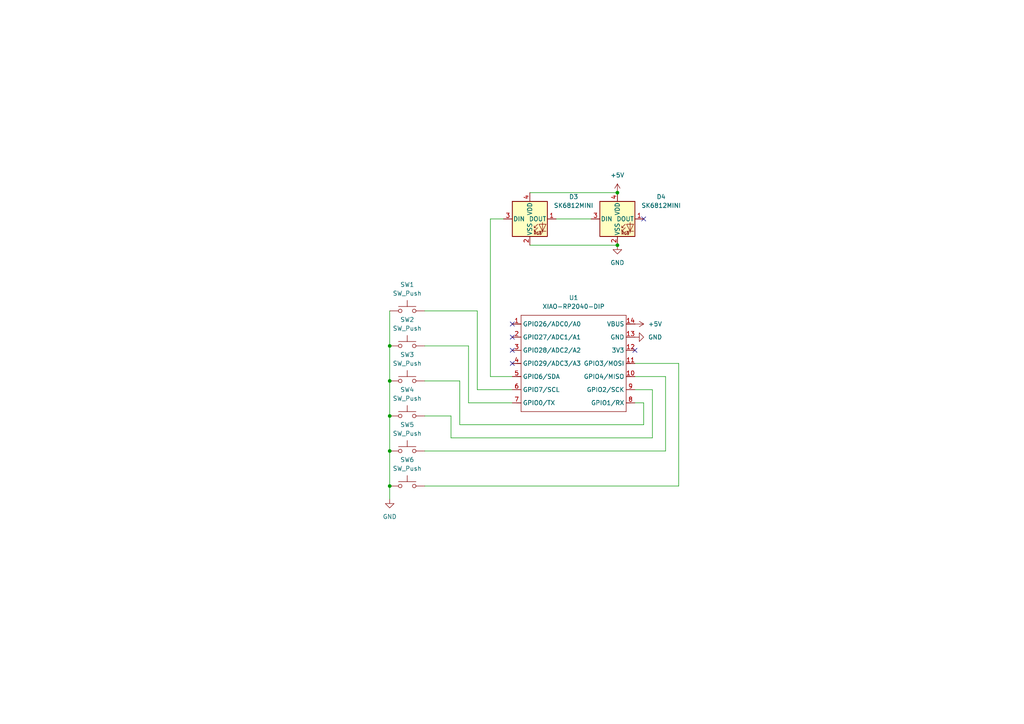
<source format=kicad_sch>
(kicad_sch (version 20250114) (generator "eeschema") (generator_version "9.0")
  (paper "A4")
  (lib_symbols
    (symbol "LED:SK6812MINI" (pin_names (offset 0.254))
      (property "Reference" "D" (at 5.08 5.715 0))
      (property "Value" "SK6812MINI" (at 1.27 -5.715 0))
      (symbol "SK6812MINI_0_0"
        (text "RGB" (at 2.286 -4.191 0) (effects (font (size 0.762 0.762))))
      )
      (symbol "SK6812MINI_0_1"
        (polyline (pts (xy 1.27 -2.54) (xy 1.778 -2.54)))
        (polyline (pts (xy 1.27 -3.556) (xy 1.778 -3.556)))
        (polyline (pts (xy 2.286 -1.524) (xy 1.27 -2.54) (xy 1.27 -2.032)))
        (polyline (pts (xy 2.286 -2.54) (xy 1.27 -3.556) (xy 1.27 -3.048)))
        (polyline (pts (xy 3.683 -1.016) (xy 3.683 -3.556) (xy 3.683 -4.064)))
        (polyline (pts (xy 4.699 -1.524) (xy 2.667 -1.524) (xy 3.683 -3.556) (xy 4.699 -1.524)))
        (polyline (pts (xy 4.699 -3.556) (xy 2.667 -3.556)))
        (rectangle (start 5.08 5.08) (end -5.08 -5.08) (stroke (width 0.254)) (fill (type background)))
      )
      (symbol "SK6812MINI_1_1"
        (pin input line (at -7.62 0 0) (length 2.54) (name "DIN") (number "3"))
        (pin power_in line (at 0 7.62 270) (length 2.54) (name "VDD") (number "4"))
        (pin power_in line (at 0 -7.62 90) (length 2.54) (name "VSS") (number "2"))
        (pin output line (at 7.62 0 180) (length 2.54) (name "DOUT") (number "1"))
      )
    )
    (symbol "OPL:XIAO-RP2040-DIP"
      (property "Reference" "U" (at 0 0 0))
      (property "Value" "XIAO-RP2040-DIP" (at 5.334 -1.778 0))
      (symbol "XIAO-RP2040-DIP_1_0"
        (polyline (pts (xy -1.27 -2.54) (xy 29.21 -2.54)) (stroke (width 0.1524)))
        (polyline (pts (xy -1.27 -5.08) (xy -2.54 -5.08)) (stroke (width 0.1524)))
        (polyline (pts (xy -1.27 -5.08) (xy -1.27 -2.54)) (stroke (width 0.1524)))
        (polyline (pts (xy -1.27 -8.89) (xy -2.54 -8.89)) (stroke (width 0.1524)))
        (polyline (pts (xy -1.27 -8.89) (xy -1.27 -5.08)) (stroke (width 0.1524)))
        (polyline (pts (xy -1.27 -12.7) (xy -2.54 -12.7)) (stroke (width 0.1524)))
        (polyline (pts (xy -1.27 -12.7) (xy -1.27 -8.89)) (stroke (width 0.1524)))
        (polyline (pts (xy -1.27 -16.51) (xy -2.54 -16.51)) (stroke (width 0.1524)))
        (polyline (pts (xy -1.27 -16.51) (xy -1.27 -12.7)) (stroke (width 0.1524)))
        (polyline (pts (xy -1.27 -20.32) (xy -2.54 -20.32)) (stroke (width 0.1524)))
        (polyline (pts (xy -1.27 -24.13) (xy -2.54 -24.13)) (stroke (width 0.1524)))
        (polyline (pts (xy -1.27 -27.94) (xy -2.54 -27.94)) (stroke (width 0.1524)))
        (polyline (pts (xy -1.27 -30.48) (xy -1.27 -16.51)) (stroke (width 0.1524)))
        (polyline (pts (xy 29.21 -2.54) (xy 29.21 -5.08)) (stroke (width 0.1524)))
        (polyline (pts (xy 29.21 -5.08) (xy 29.21 -8.89)) (stroke (width 0.1524)))
        (polyline (pts (xy 29.21 -8.89) (xy 29.21 -12.7)) (stroke (width 0.1524)))
        (polyline (pts (xy 29.21 -12.7) (xy 29.21 -30.48)) (stroke (width 0.1524)))
        (polyline (pts (xy 29.21 -30.48) (xy -1.27 -30.48)) (stroke (width 0.1524)))
        (polyline (pts (xy 30.48 -5.08) (xy 29.21 -5.08)) (stroke (width 0.1524)))
        (polyline (pts (xy 30.48 -8.89) (xy 29.21 -8.89)) (stroke (width 0.1524)))
        (polyline (pts (xy 30.48 -12.7) (xy 29.21 -12.7)) (stroke (width 0.1524)))
        (polyline (pts (xy 30.48 -16.51) (xy 29.21 -16.51)) (stroke (width 0.1524)))
        (polyline (pts (xy 30.48 -20.32) (xy 29.21 -20.32)) (stroke (width 0.1524)))
        (polyline (pts (xy 30.48 -24.13) (xy 29.21 -24.13)) (stroke (width 0.1524)))
        (polyline (pts (xy 30.48 -27.94) (xy 29.21 -27.94)) (stroke (width 0.1524)))
        (pin passive line (at -3.81 -5.08 0) (length 2.54) (name "GPIO26/ADC0/A0") (number "1"))
        (pin passive line (at -3.81 -8.89 0) (length 2.54) (name "GPIO27/ADC1/A1") (number "2"))
        (pin passive line (at -3.81 -12.7 0) (length 2.54) (name "GPIO28/ADC2/A2") (number "3"))
        (pin passive line (at -3.81 -16.51 0) (length 2.54) (name "GPIO29/ADC3/A3") (number "4"))
        (pin passive line (at -3.81 -20.32 0) (length 2.54) (name "GPIO6/SDA") (number "5"))
        (pin passive line (at -3.81 -24.13 0) (length 2.54) (name "GPIO7/SCL") (number "6"))
        (pin passive line (at -3.81 -27.94 0) (length 2.54) (name "GPIO0/TX") (number "7"))
        (pin passive line (at 31.75 -5.08 180) (length 2.54) (name "VBUS") (number "14"))
        (pin passive line (at 31.75 -8.89 180) (length 2.54) (name "GND") (number "13"))
        (pin passive line (at 31.75 -12.7 180) (length 2.54) (name "3V3") (number "12"))
        (pin passive line (at 31.75 -16.51 180) (length 2.54) (name "GPIO3/MOSI") (number "11"))
        (pin passive line (at 31.75 -20.32 180) (length 2.54) (name "GPIO4/MISO") (number "10"))
        (pin passive line (at 31.75 -24.13 180) (length 2.54) (name "GPIO2/SCK") (number "9"))
        (pin passive line (at 31.75 -27.94 180) (length 2.54) (name "GPIO1/RX") (number "8"))
      )
    )
    (symbol "Switch:SW_Push" (pin_numbers (hide yes)) (pin_names (offset 1.016) (hide yes))
      (property "Reference" "SW" (at 1.27 2.54 0))
      (property "Value" "SW_Push" (at 0 -1.524 0))
      (symbol "SW_Push_0_1"
        (circle (center -2.032 0) (radius 0.508))
        (polyline (pts (xy 0 1.27) (xy 0 3.048)))
        (circle (center 2.032 0) (radius 0.508))
        (polyline (pts (xy 2.54 1.27) (xy -2.54 1.27)))
        (pin passive line (at -5.08 0 0) (length 2.54) (name "1") (number "1"))
        (pin passive line (at 5.08 0 180) (length 2.54) (name "2") (number "2"))
      )
    )
    (symbol "power:+5V" (power) (pin_numbers (hide yes)) (pin_names (offset 0) (hide yes))
      (property "Value" "+5V" (at 0 3.556 0))
      (symbol "+5V_0_1"
        (polyline (pts (xy -0.762 1.27) (xy 0 2.54)))
        (polyline (pts (xy 0 2.54) (xy 0.762 1.27)))
        (polyline (pts (xy 0 0) (xy 0 2.54)))
      )
      (symbol "+5V_1_1"
        (pin power_in line (at 0 0 90) (length 0) (name "~") (number "1"))
      )
    )
    (symbol "power:GND" (power) (pin_numbers (hide yes)) (pin_names (offset 0) (hide yes))
      (property "Value" "GND" (at 0 -3.81 0))
      (symbol "GND_0_1"
        (polyline (pts (xy 0 0) (xy 0 -1.27) (xy 1.27 -1.27) (xy 0 -2.54) (xy -1.27 -1.27) (xy 0 -1.27)))
      )
      (symbol "GND_1_1"
        (pin power_in line (at 0 0 270) (length 0) (name "~") (number "1"))
      )
    )
  )
  (junction (at 113.03 110.49))
  (junction (at 179.07 71.12))
  (junction (at 113.03 140.97))
  (junction (at 113.03 120.65))
  (junction (at 113.03 130.81))
  (junction (at 179.07 55.88))
  (junction (at 113.03 100.33))
  (no_connect (at 148.59 93.98))
  (no_connect (at 148.59 97.79))
  (no_connect (at 148.59 101.6))
  (no_connect (at 186.69 63.5))
  (no_connect (at 184.15 101.6))
  (no_connect (at 148.59 105.41))
  (wire (pts (xy 123.19 140.97) (xy 196.85 140.97)))
  (wire (pts (xy 123.19 120.65) (xy 130.81 120.65)))
  (wire (pts (xy 113.03 90.17) (xy 113.03 100.33)))
  (wire (pts (xy 153.67 71.12) (xy 179.07 71.12)))
  (wire (pts (xy 133.35 123.19) (xy 186.69 123.19)))
  (wire (pts (xy 196.85 140.97) (xy 196.85 105.41)))
  (wire (pts (xy 113.03 110.49) (xy 113.03 120.65)))
  (wire (pts (xy 113.03 140.97) (xy 113.03 130.81)))
  (wire (pts (xy 142.24 63.5) (xy 146.05 63.5)))
  (wire (pts (xy 189.23 113.03) (xy 184.15 113.03)))
  (wire (pts (xy 153.67 55.88) (xy 179.07 55.88)))
  (wire (pts (xy 138.43 90.17) (xy 138.43 113.03)))
  (wire (pts (xy 113.03 100.33) (xy 113.03 110.49)))
  (wire (pts (xy 133.35 110.49) (xy 133.35 123.19)))
  (wire (pts (xy 186.69 116.84) (xy 184.15 116.84)))
  (wire (pts (xy 138.43 113.03) (xy 148.59 113.03)))
  (wire (pts (xy 130.81 120.65) (xy 130.81 127)))
  (wire (pts (xy 189.23 127) (xy 189.23 113.03)))
  (wire (pts (xy 123.19 130.81) (xy 193.04 130.81)))
  (wire (pts (xy 123.19 100.33) (xy 135.89 100.33)))
  (wire (pts (xy 113.03 140.97) (xy 113.03 144.78)))
  (wire (pts (xy 186.69 123.19) (xy 186.69 116.84)))
  (wire (pts (xy 130.81 127) (xy 189.23 127)))
  (wire (pts (xy 142.24 109.22) (xy 142.24 63.5)))
  (wire (pts (xy 123.19 90.17) (xy 138.43 90.17)))
  (wire (pts (xy 135.89 100.33) (xy 135.89 116.84)))
  (wire (pts (xy 123.19 110.49) (xy 133.35 110.49)))
  (wire (pts (xy 161.29 63.5) (xy 171.45 63.5)))
  (wire (pts (xy 184.15 109.22) (xy 193.04 109.22)))
  (wire (pts (xy 193.04 130.81) (xy 193.04 109.22)))
  (wire (pts (xy 196.85 105.41) (xy 184.15 105.41)))
  (wire (pts (xy 135.89 116.84) (xy 148.59 116.84)))
  (wire (pts (xy 113.03 120.65) (xy 113.03 130.81)))
  (wire (pts (xy 148.59 109.22) (xy 142.24 109.22)))
  (symbol (lib_id "power:GND") (at 113.03 144.78 0) (unit 1)
    (property "Reference" "#PWR02" (effects (hide yes)))
    (property "Value" "GND" (at 113.03 149.86 0))
    (property "Description" "Power symbol creates a global label with name \"GND\" , ground" (effects (hide yes)))
  )
  (symbol (lib_id "power:GND") (at 184.15 97.79 90) (unit 1)
    (property "Reference" "#PWR03" (effects (hide yes)))
    (property "Value" "GND" (at 187.96 97.7899 90) (effects (justify right)))
    (property "Description" "Power symbol creates a global label with name \"GND\" , ground" (effects (hide yes)))
  )
  (symbol (lib_id "Switch:SW_Push") (at 118.11 140.97 0) (unit 1)
    (property "Reference" "SW6" (at 118.11 133.35 0))
    (property "Value" "SW_Push" (at 118.11 135.89 0))
    (property "Footprint" "Button_Switch_Keyboard:SW_Cherry_MX_1.00u_PCB" (effects (hide yes)))
    (property "Description" "Push button switch, generic, two pins" (effects (hide yes)))
  )
  (symbol (lib_id "Switch:SW_Push") (at 118.11 100.33 0) (unit 1)
    (property "Reference" "SW2" (at 118.11 92.71 0))
    (property "Value" "SW_Push" (at 118.11 95.25 0))
    (property "Footprint" "Button_Switch_Keyboard:SW_Cherry_MX_1.00u_PCB" (effects (hide yes)))
    (property "Description" "Push button switch, generic, two pins" (effects (hide yes)))
  )
  (symbol (lib_id "Switch:SW_Push") (at 118.11 110.49 0) (unit 1)
    (property "Reference" "SW3" (at 118.11 102.87 0))
    (property "Value" "SW_Push" (at 118.11 105.41 0))
    (property "Footprint" "Button_Switch_Keyboard:SW_Cherry_MX_1.00u_PCB" (effects (hide yes)))
    (property "Description" "Push button switch, generic, two pins" (effects (hide yes)))
  )
  (symbol (lib_id "Switch:SW_Push") (at 118.11 130.81 0) (unit 1)
    (property "Reference" "SW5" (at 118.11 123.19 0))
    (property "Value" "SW_Push" (at 118.11 125.73 0))
    (property "Footprint" "Button_Switch_Keyboard:SW_Cherry_MX_1.00u_PCB" (effects (hide yes)))
    (property "Description" "Push button switch, generic, two pins" (effects (hide yes)))
  )
  (symbol (lib_id "Switch:SW_Push") (at 118.11 120.65 0) (unit 1)
    (property "Reference" "SW4" (at 118.11 113.03 0))
    (property "Value" "SW_Push" (at 118.11 115.57 0))
    (property "Footprint" "Button_Switch_Keyboard:SW_Cherry_MX_1.00u_PCB" (effects (hide yes)))
    (property "Description" "Push button switch, generic, two pins" (effects (hide yes)))
  )
  (symbol (lib_id "OPL:XIAO-RP2040-DIP") (at 152.4 88.9 0) (unit 1)
    (property "Reference" "U1" (at 166.37 86.36 0))
    (property "Value" "XIAO-RP2040-DIP" (at 166.37 88.9 0))
    (property "Footprint" "OPL:XIAO-RP2040-DIP" (effects (hide yes)))
  )
  (symbol (lib_id "Switch:SW_Push") (at 118.11 90.17 0) (unit 1)
    (property "Reference" "SW1" (at 118.11 82.55 0))
    (property "Value" "SW_Push" (at 118.11 85.09 0))
    (property "Footprint" "Button_Switch_Keyboard:SW_Cherry_MX_1.00u_PCB" (effects (hide yes)))
    (property "Description" "Push button switch, generic, two pins" (effects (hide yes)))
  )
  (symbol (lib_id "power:+5V") (at 179.07 55.88 0) (unit 1)
    (property "Reference" "#PWR04" (effects (hide yes)))
    (property "Value" "+5V" (at 179.07 50.8 0))
    (property "Description" "Power symbol creates a global label with name \"+5V\"" (effects (hide yes)))
  )
  (symbol (lib_id "power:GND") (at 179.07 71.12 0) (unit 1)
    (property "Reference" "#PWR01" (effects (hide yes)))
    (property "Value" "GND" (at 179.07 76.2 0))
    (property "Description" "Power symbol creates a global label with name \"GND\" , ground" (effects (hide yes)))
  )
  (symbol (lib_id "LED:SK6812MINI") (at 153.67 63.5 0) (unit 1)
    (property "Reference" "D3" (at 166.37 57.0798 0))
    (property "Value" "SK6812MINI" (at 166.37 59.6198 0))
    (property "Footprint" "LED_SMD:LED_SK6812MINI_PLCC4_3.5x3.5mm_P1.75mm" (effects (hide yes)))
    (property "Datasheet" "https://cdn-shop.adafruit.com/product-files/2686/SK6812MINI_REV.01-1-2.pdf" (effects (hide yes)))
    (property "Description" "RGB LED with integrated controller" (effects (hide yes)))
  )
  (symbol (lib_id "LED:SK6812MINI") (at 179.07 63.5 0) (unit 1)
    (property "Reference" "D4" (at 191.77 57.0798 0))
    (property "Value" "SK6812MINI" (at 191.77 59.6198 0))
    (property "Footprint" "LED_SMD:LED_SK6812MINI_PLCC4_3.5x3.5mm_P1.75mm" (effects (hide yes)))
    (property "Datasheet" "https://cdn-shop.adafruit.com/product-files/2686/SK6812MINI_REV.01-1-2.pdf" (effects (hide yes)))
    (property "Description" "RGB LED with integrated controller" (effects (hide yes)))
  )
  (symbol (lib_id "power:+5V") (at 184.15 93.98 270) (unit 1)
    (property "Reference" "#PWR05" (effects (hide yes)))
    (property "Value" "+5V" (at 187.96 93.9799 90) (effects (justify left)))
    (property "Description" "Power symbol creates a global label with name \"+5V\"" (effects (hide yes)))
  )
)
</source>
